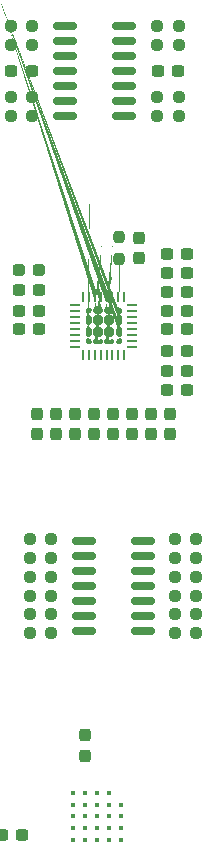
<source format=gbr>
%TF.GenerationSoftware,KiCad,Pcbnew,7.0.7*%
%TF.CreationDate,2023-08-23T14:17:52+01:00*%
%TF.ProjectId,AK4619_DevBoard,414b3436-3139-45f4-9465-76426f617264,rev?*%
%TF.SameCoordinates,Original*%
%TF.FileFunction,Paste,Top*%
%TF.FilePolarity,Positive*%
%FSLAX46Y46*%
G04 Gerber Fmt 4.6, Leading zero omitted, Abs format (unit mm)*
G04 Created by KiCad (PCBNEW 7.0.7) date 2023-08-23 14:17:52*
%MOMM*%
%LPD*%
G01*
G04 APERTURE LIST*
G04 Aperture macros list*
%AMRoundRect*
0 Rectangle with rounded corners*
0 $1 Rounding radius*
0 $2 $3 $4 $5 $6 $7 $8 $9 X,Y pos of 4 corners*
0 Add a 4 corners polygon primitive as box body*
4,1,4,$2,$3,$4,$5,$6,$7,$8,$9,$2,$3,0*
0 Add four circle primitives for the rounded corners*
1,1,$1+$1,$2,$3*
1,1,$1+$1,$4,$5*
1,1,$1+$1,$6,$7*
1,1,$1+$1,$8,$9*
0 Add four rect primitives between the rounded corners*
20,1,$1+$1,$2,$3,$4,$5,0*
20,1,$1+$1,$4,$5,$6,$7,0*
20,1,$1+$1,$6,$7,$8,$9,0*
20,1,$1+$1,$8,$9,$2,$3,0*%
%AMFreePoly0*
4,1,48,0.127555,0.216286,0.145112,0.216286,0.159316,0.205966,0.176016,0.200540,0.186335,0.186335,0.200540,0.176016,0.205966,0.159316,0.216286,0.145112,0.216286,0.127555,0.221712,0.110856,0.221712,0.000473,0.218947,-0.008034,0.220347,-0.016868,0.208562,-0.039997,0.200540,-0.064687,0.193303,-0.069944,0.189243,-0.077914,0.077914,-0.189243,0.069944,-0.193303,0.064687,-0.200540,
0.039997,-0.208562,0.016868,-0.220347,0.008034,-0.218947,-0.000473,-0.221712,-0.110856,-0.221712,-0.127555,-0.216286,-0.145112,-0.216286,-0.159316,-0.205966,-0.176016,-0.200540,-0.186335,-0.186335,-0.200540,-0.176016,-0.205966,-0.159316,-0.216286,-0.145112,-0.216286,-0.127555,-0.221712,-0.110856,-0.221712,0.110856,-0.216286,0.127555,-0.216286,0.145112,-0.205966,0.159316,-0.200540,0.176016,
-0.186335,0.186335,-0.176016,0.200540,-0.159316,0.205966,-0.145112,0.216286,-0.127555,0.216286,-0.110856,0.221712,0.110856,0.221712,0.127555,0.216286,0.127555,0.216286,$1*%
%AMFreePoly1*
4,1,51,0.057385,0.400773,0.064862,0.401958,0.084435,0.391985,0.105327,0.385197,0.109775,0.379073,0.116521,0.375637,0.194236,0.297921,0.197672,0.291177,0.203796,0.286728,0.210584,0.265835,0.220557,0.246263,0.219372,0.238786,0.221712,0.231588,0.221712,-0.231588,0.219372,-0.238786,0.220557,-0.246263,0.210584,-0.265835,0.203796,-0.286728,0.197672,-0.291177,0.194236,-0.297921,
0.116521,-0.375637,0.109775,-0.379073,0.105327,-0.385197,0.084435,-0.391985,0.064862,-0.401958,0.057385,-0.400773,0.050187,-0.403113,-0.127902,-0.403113,-0.142032,-0.398522,-0.156891,-0.398522,-0.168912,-0.389788,-0.183042,-0.385197,-0.191775,-0.373176,-0.203796,-0.364443,-0.208387,-0.350313,-0.217121,-0.338292,-0.217121,-0.323432,-0.221712,-0.309303,-0.221712,0.309303,-0.217121,0.323432,
-0.217121,0.338292,-0.208387,0.350313,-0.203796,0.364443,-0.191775,0.373176,-0.183042,0.385197,-0.168912,0.389788,-0.156891,0.398522,-0.142032,0.398522,-0.127902,0.403113,0.050187,0.403113,0.057385,0.400773,0.057385,0.400773,$1*%
%AMFreePoly2*
4,1,48,0.008034,0.218947,0.016868,0.220347,0.039997,0.208562,0.064687,0.200540,0.069944,0.193303,0.077914,0.189243,0.189243,0.077914,0.193303,0.069944,0.200540,0.064687,0.208562,0.039997,0.220347,0.016868,0.218947,0.008034,0.221712,-0.000473,0.221712,-0.110856,0.216286,-0.127555,0.216286,-0.145112,0.205966,-0.159316,0.200540,-0.176016,0.186335,-0.186335,0.176016,-0.200540,
0.159316,-0.205966,0.145112,-0.216286,0.127555,-0.216286,0.110856,-0.221712,-0.110856,-0.221712,-0.127555,-0.216286,-0.145112,-0.216286,-0.159316,-0.205966,-0.176016,-0.200540,-0.186335,-0.186335,-0.200540,-0.176016,-0.205966,-0.159316,-0.216286,-0.145112,-0.216286,-0.127555,-0.221712,-0.110856,-0.221712,0.110856,-0.216286,0.127555,-0.216286,0.145112,-0.205966,0.159316,-0.200540,0.176016,
-0.186335,0.186335,-0.176016,0.200540,-0.159316,0.205966,-0.145112,0.216286,-0.127555,0.216286,-0.110856,0.221712,-0.000473,0.221712,0.008034,0.218947,0.008034,0.218947,$1*%
%AMFreePoly3*
4,1,51,0.323433,0.217121,0.338292,0.217121,0.350313,0.208387,0.364443,0.203796,0.373176,0.191775,0.385197,0.183042,0.389788,0.168912,0.398522,0.156891,0.398522,0.142031,0.403113,0.127902,0.403113,-0.050187,0.400773,-0.057385,0.401958,-0.064862,0.391985,-0.084434,0.385197,-0.105327,0.379073,-0.109776,0.375637,-0.116520,0.297922,-0.194236,0.291176,-0.197672,0.286728,-0.203796,
0.265836,-0.210584,0.246263,-0.220557,0.238786,-0.219372,0.231588,-0.221712,-0.231588,-0.221712,-0.238786,-0.219372,-0.246263,-0.220557,-0.265835,-0.210584,-0.286728,-0.203796,-0.291177,-0.197672,-0.297921,-0.194236,-0.375637,-0.116521,-0.379073,-0.109775,-0.385197,-0.105327,-0.391985,-0.084435,-0.401958,-0.064862,-0.400773,-0.057385,-0.403113,-0.050187,-0.403113,0.127902,-0.398522,0.142031,
-0.398522,0.156891,-0.389788,0.168912,-0.385197,0.183042,-0.373176,0.191775,-0.364443,0.203796,-0.350313,0.208387,-0.338292,0.217121,-0.323433,0.217121,-0.309303,0.221712,0.309303,0.221712,0.323433,0.217121,0.323433,0.217121,$1*%
%AMFreePoly4*
4,1,51,0.238786,0.219372,0.246263,0.220557,0.265836,0.210584,0.286728,0.203796,0.291176,0.197672,0.297922,0.194236,0.375637,0.116520,0.379073,0.109776,0.385197,0.105327,0.391985,0.084434,0.401958,0.064862,0.400773,0.057385,0.403113,0.050187,0.403113,-0.127902,0.398522,-0.142031,0.398522,-0.156891,0.389788,-0.168912,0.385197,-0.183042,0.373176,-0.191775,0.364443,-0.203796,
0.350313,-0.208387,0.338292,-0.217121,0.323433,-0.217121,0.309303,-0.221712,-0.309303,-0.221712,-0.323433,-0.217121,-0.338292,-0.217121,-0.350313,-0.208387,-0.364443,-0.203796,-0.373176,-0.191775,-0.385197,-0.183042,-0.389788,-0.168912,-0.398522,-0.156891,-0.398522,-0.142031,-0.403113,-0.127902,-0.403113,0.050187,-0.400773,0.057385,-0.401958,0.064862,-0.391985,0.084435,-0.385197,0.105327,
-0.379073,0.109775,-0.375637,0.116521,-0.297921,0.194236,-0.291177,0.197672,-0.286728,0.203796,-0.265835,0.210584,-0.246263,0.220557,-0.238786,0.219372,-0.231588,0.221712,0.231588,0.221712,0.238786,0.219372,0.238786,0.219372,$1*%
%AMFreePoly5*
4,1,48,0.127555,0.216286,0.145112,0.216286,0.159316,0.205966,0.176016,0.200540,0.186335,0.186335,0.200540,0.176016,0.205966,0.159316,0.216286,0.145112,0.216286,0.127555,0.221712,0.110856,0.221712,-0.110856,0.216286,-0.127555,0.216286,-0.145112,0.205966,-0.159316,0.200540,-0.176016,0.186335,-0.186335,0.176016,-0.200540,0.159316,-0.205966,0.145112,-0.216286,0.127555,-0.216286,
0.110856,-0.221712,0.000473,-0.221712,-0.008034,-0.218947,-0.016868,-0.220347,-0.039997,-0.208562,-0.064687,-0.200540,-0.069944,-0.193303,-0.077914,-0.189243,-0.189243,-0.077914,-0.193303,-0.069944,-0.200540,-0.064687,-0.208562,-0.039997,-0.220347,-0.016868,-0.218947,-0.008034,-0.221712,0.000473,-0.221712,0.110856,-0.216286,0.127555,-0.216286,0.145112,-0.205966,0.159316,-0.200540,0.176016,
-0.186335,0.186335,-0.176016,0.200540,-0.159316,0.205966,-0.145112,0.216286,-0.127555,0.216286,-0.110856,0.221712,0.110856,0.221712,0.127555,0.216286,0.127555,0.216286,$1*%
%AMFreePoly6*
4,1,51,0.142032,0.398522,0.156891,0.398522,0.168912,0.389788,0.183042,0.385197,0.191775,0.373176,0.203796,0.364443,0.208387,0.350313,0.217121,0.338292,0.217121,0.323432,0.221712,0.309303,0.221712,-0.309303,0.217121,-0.323432,0.217121,-0.338292,0.208387,-0.350313,0.203796,-0.364443,0.191775,-0.373176,0.183042,-0.385197,0.168912,-0.389788,0.156891,-0.398522,0.142032,-0.398522,
0.127902,-0.403113,-0.050187,-0.403113,-0.057385,-0.400773,-0.064862,-0.401958,-0.084434,-0.391985,-0.105327,-0.385197,-0.109776,-0.379073,-0.116520,-0.375637,-0.194236,-0.297922,-0.197672,-0.291176,-0.203796,-0.286728,-0.210584,-0.265836,-0.220557,-0.246263,-0.219372,-0.238786,-0.221712,-0.231588,-0.221712,0.231588,-0.219372,0.238786,-0.220557,0.246263,-0.210584,0.265836,-0.203796,0.286728,
-0.197672,0.291176,-0.194236,0.297922,-0.116520,0.375637,-0.109776,0.379073,-0.105327,0.385197,-0.084434,0.391985,-0.064862,0.401958,-0.057385,0.400773,-0.050187,0.403113,0.127902,0.403113,0.142032,0.398522,0.142032,0.398522,$1*%
%AMFreePoly7*
4,1,48,0.127555,0.216286,0.145112,0.216286,0.159316,0.205966,0.176016,0.200540,0.186335,0.186335,0.200540,0.176016,0.205966,0.159316,0.216286,0.145112,0.216286,0.127555,0.221712,0.110856,0.221712,-0.110856,0.216286,-0.127555,0.216286,-0.145112,0.205966,-0.159316,0.200540,-0.176016,0.186335,-0.186335,0.176016,-0.200540,0.159316,-0.205966,0.145112,-0.216286,0.127555,-0.216286,
0.110856,-0.221712,-0.110856,-0.221712,-0.127555,-0.216286,-0.145112,-0.216286,-0.159316,-0.205966,-0.176016,-0.200540,-0.186335,-0.186335,-0.200540,-0.176016,-0.205966,-0.159316,-0.216286,-0.145112,-0.216286,-0.127555,-0.221712,-0.110856,-0.221712,-0.000473,-0.218947,0.008034,-0.220347,0.016868,-0.208562,0.039997,-0.200540,0.064687,-0.193303,0.069944,-0.189243,0.077914,-0.077914,0.189243,
-0.069944,0.193303,-0.064687,0.200540,-0.039997,0.208562,-0.016868,0.220347,-0.008034,0.218947,0.000473,0.221712,0.110856,0.221712,0.127555,0.216286,0.127555,0.216286,$1*%
G04 Aperture macros list end*
%ADD10RoundRect,0.237500X0.250000X0.237500X-0.250000X0.237500X-0.250000X-0.237500X0.250000X-0.237500X0*%
%ADD11RoundRect,0.237500X0.300000X0.237500X-0.300000X0.237500X-0.300000X-0.237500X0.300000X-0.237500X0*%
%ADD12RoundRect,0.150000X0.825000X0.150000X-0.825000X0.150000X-0.825000X-0.150000X0.825000X-0.150000X0*%
%ADD13RoundRect,0.237500X-0.300000X-0.237500X0.300000X-0.237500X0.300000X0.237500X-0.300000X0.237500X0*%
%ADD14RoundRect,0.237500X0.237500X-0.250000X0.237500X0.250000X-0.237500X0.250000X-0.237500X-0.250000X0*%
%ADD15RoundRect,0.237500X-0.250000X-0.237500X0.250000X-0.237500X0.250000X0.237500X-0.250000X0.237500X0*%
%ADD16RoundRect,0.237500X-0.237500X0.300000X-0.237500X-0.300000X0.237500X-0.300000X0.237500X0.300000X0*%
%ADD17RoundRect,0.237500X0.237500X-0.300000X0.237500X0.300000X-0.237500X0.300000X-0.237500X-0.300000X0*%
%ADD18FreePoly0,0.000000*%
%ADD19FreePoly1,0.000000*%
%ADD20FreePoly2,0.000000*%
%ADD21FreePoly3,0.000000*%
%ADD22RoundRect,0.201557X-0.201556X-0.201556X0.201556X-0.201556X0.201556X0.201556X-0.201556X0.201556X0*%
%ADD23FreePoly4,0.000000*%
%ADD24FreePoly5,0.000000*%
%ADD25FreePoly6,0.000000*%
%ADD26FreePoly7,0.000000*%
%ADD27RoundRect,0.062500X-0.375000X-0.062500X0.375000X-0.062500X0.375000X0.062500X-0.375000X0.062500X0*%
%ADD28RoundRect,0.062500X-0.062500X-0.375000X0.062500X-0.375000X0.062500X0.375000X-0.062500X0.375000X0*%
%ADD29C,0.400000*%
%ADD30RoundRect,0.237500X0.287500X0.237500X-0.287500X0.237500X-0.287500X-0.237500X0.287500X-0.237500X0*%
G04 APERTURE END LIST*
D10*
%TO.C,R8*%
X160612500Y-97300000D03*
X158787500Y-97300000D03*
%TD*%
D11*
%TO.C,C20*%
X172112500Y-71562500D03*
X170387500Y-71562500D03*
%TD*%
D12*
%TO.C,U1*%
X166775000Y-56710000D03*
X166775000Y-55440000D03*
X166775000Y-54170000D03*
X166775000Y-52900000D03*
X166775000Y-51630000D03*
X166775000Y-50360000D03*
X166775000Y-49090000D03*
X161825000Y-49090000D03*
X161825000Y-50360000D03*
X161825000Y-51630000D03*
X161825000Y-52900000D03*
X161825000Y-54170000D03*
X161825000Y-55440000D03*
X161825000Y-56710000D03*
%TD*%
D13*
%TO.C,C2*%
X157237500Y-52900000D03*
X158962500Y-52900000D03*
%TD*%
D11*
%TO.C,C19*%
X172112500Y-78262500D03*
X170387500Y-78262500D03*
%TD*%
D14*
%TO.C,R1*%
X166350000Y-68775000D03*
X166350000Y-66950000D03*
%TD*%
D10*
%TO.C,R15*%
X159012500Y-55100000D03*
X157187500Y-55100000D03*
%TD*%
D11*
%TO.C,C4*%
X172112500Y-74762500D03*
X170387500Y-74762500D03*
%TD*%
D15*
%TO.C,R10*%
X171087500Y-98900000D03*
X172912500Y-98900000D03*
%TD*%
D13*
%TO.C,C17*%
X157887500Y-73162500D03*
X159612500Y-73162500D03*
%TD*%
D16*
%TO.C,C11*%
X164250000Y-81900000D03*
X164250000Y-83625000D03*
%TD*%
D15*
%TO.C,R11*%
X171087500Y-94100000D03*
X172912500Y-94100000D03*
%TD*%
D17*
%TO.C,C16*%
X165600000Y-123162500D03*
X165600000Y-121437500D03*
%TD*%
D13*
%TO.C,C13*%
X156437500Y-117600000D03*
X158162500Y-117600000D03*
%TD*%
D10*
%TO.C,R12*%
X160612500Y-94100000D03*
X158787500Y-94100000D03*
%TD*%
%TO.C,R19*%
X159012500Y-56700000D03*
X157187500Y-56700000D03*
%TD*%
%TO.C,R9*%
X160612500Y-100500000D03*
X158787500Y-100500000D03*
%TD*%
D11*
%TO.C,C3*%
X172112500Y-73162500D03*
X170387500Y-73162500D03*
%TD*%
D16*
%TO.C,C12*%
X161050000Y-81900000D03*
X161050000Y-83625000D03*
%TD*%
D11*
%TO.C,C22*%
X172112500Y-68362500D03*
X170387500Y-68362500D03*
%TD*%
D10*
%TO.C,R6*%
X160612500Y-95700000D03*
X158787500Y-95700000D03*
%TD*%
D11*
%TO.C,C1*%
X171362500Y-52900000D03*
X169637500Y-52900000D03*
%TD*%
%TO.C,C21*%
X172112500Y-69962500D03*
X170387500Y-69962500D03*
%TD*%
D16*
%TO.C,C7*%
X162650000Y-81900000D03*
X162650000Y-83625000D03*
%TD*%
%TO.C,C5*%
X169050000Y-81900000D03*
X169050000Y-83625000D03*
%TD*%
D15*
%TO.C,R21*%
X169587500Y-49100000D03*
X171412500Y-49100000D03*
%TD*%
D10*
%TO.C,R13*%
X160612500Y-98900000D03*
X158787500Y-98900000D03*
%TD*%
D18*
%TO.C,U4*%
X163775000Y-73187500D03*
D19*
X163775000Y-73962500D03*
X163775000Y-74962500D03*
D20*
X163775000Y-75737500D03*
D21*
X164550000Y-73187500D03*
D22*
X164550000Y-73962500D03*
X164550000Y-74962500D03*
D23*
X164550000Y-75737500D03*
D21*
X165550000Y-73187500D03*
D22*
X165550000Y-73962500D03*
X165550000Y-74962500D03*
D23*
X165550000Y-75737500D03*
D24*
X166325000Y-73187500D03*
D25*
X166325000Y-73962500D03*
X166325000Y-74962500D03*
D26*
X166325000Y-75737500D03*
D27*
X162612500Y-72712500D03*
X162612500Y-73212500D03*
X162612500Y-73712500D03*
X162612500Y-74212500D03*
X162612500Y-74712500D03*
X162612500Y-75212500D03*
X162612500Y-75712500D03*
X162612500Y-76212500D03*
D28*
X163300000Y-76900000D03*
X163800000Y-76900000D03*
X164300000Y-76900000D03*
X164800000Y-76900000D03*
X165300000Y-76900000D03*
X165800000Y-76900000D03*
X166300000Y-76900000D03*
X166800000Y-76900000D03*
D27*
X167487500Y-76212500D03*
X167487500Y-75712500D03*
X167487500Y-75212500D03*
X167487500Y-74712500D03*
X167487500Y-74212500D03*
X167487500Y-73712500D03*
X167487500Y-73212500D03*
X167487500Y-72712500D03*
D28*
X166800000Y-72025000D03*
X166300000Y-72025000D03*
X165800000Y-72025000D03*
X165300000Y-72025000D03*
X164800000Y-72025000D03*
X164300000Y-72025000D03*
X163800000Y-72025000D03*
X163300000Y-72025000D03*
%TD*%
D16*
%TO.C,C6*%
X165850000Y-81900000D03*
X165850000Y-83625000D03*
%TD*%
D29*
%TO.C,U3*%
X166500000Y-115000000D03*
X166500000Y-116000000D03*
X166500000Y-117000000D03*
X166500000Y-118000000D03*
X165500000Y-114000000D03*
X165500000Y-115000000D03*
X165500000Y-116000000D03*
X165500000Y-117000000D03*
X165500000Y-118000000D03*
X164500000Y-114000000D03*
X164500000Y-115000000D03*
X164500000Y-116000000D03*
X164500000Y-117000000D03*
X164500000Y-118000000D03*
X163500000Y-114000000D03*
X163500000Y-115000000D03*
X163500000Y-116000000D03*
X163500000Y-117000000D03*
X163500000Y-118000000D03*
X162500000Y-114000000D03*
X162500000Y-115000000D03*
X162500000Y-116000000D03*
X162500000Y-117000000D03*
X162500000Y-118000000D03*
%TD*%
D10*
%TO.C,R14*%
X159012500Y-50700000D03*
X157187500Y-50700000D03*
%TD*%
D30*
%TO.C,L1*%
X159625000Y-69762500D03*
X157875000Y-69762500D03*
%TD*%
D15*
%TO.C,R16*%
X169587500Y-55100000D03*
X171412500Y-55100000D03*
%TD*%
D16*
%TO.C,C8*%
X159450000Y-81900000D03*
X159450000Y-83625000D03*
%TD*%
D15*
%TO.C,R20*%
X169587500Y-56700000D03*
X171412500Y-56700000D03*
%TD*%
%TO.C,R17*%
X169587500Y-50700000D03*
X171412500Y-50700000D03*
%TD*%
%TO.C,R5*%
X171087500Y-92500000D03*
X172912500Y-92500000D03*
%TD*%
D12*
%TO.C,U2*%
X168375000Y-100310000D03*
X168375000Y-99040000D03*
X168375000Y-97770000D03*
X168375000Y-96500000D03*
X168375000Y-95230000D03*
X168375000Y-93960000D03*
X168375000Y-92690000D03*
X163425000Y-92690000D03*
X163425000Y-93960000D03*
X163425000Y-95230000D03*
X163425000Y-96500000D03*
X163425000Y-97770000D03*
X163425000Y-99040000D03*
X163425000Y-100310000D03*
%TD*%
D15*
%TO.C,R3*%
X171087500Y-100500000D03*
X172912500Y-100500000D03*
%TD*%
D16*
%TO.C,C23*%
X168050000Y-67000000D03*
X168050000Y-68725000D03*
%TD*%
D10*
%TO.C,R18*%
X159012500Y-49100000D03*
X157187500Y-49100000D03*
%TD*%
D15*
%TO.C,R4*%
X171087500Y-95700000D03*
X172912500Y-95700000D03*
%TD*%
D10*
%TO.C,R7*%
X160612500Y-92500000D03*
X158787500Y-92500000D03*
%TD*%
D13*
%TO.C,C15*%
X157887500Y-71462500D03*
X159612500Y-71462500D03*
%TD*%
D15*
%TO.C,R2*%
X171087500Y-97300000D03*
X172912500Y-97300000D03*
%TD*%
D16*
%TO.C,C14*%
X163500000Y-109137500D03*
X163500000Y-110862500D03*
%TD*%
D11*
%TO.C,C24*%
X159612500Y-74762500D03*
X157887500Y-74762500D03*
%TD*%
%TO.C,C18*%
X172112500Y-76562500D03*
X170387500Y-76562500D03*
%TD*%
D16*
%TO.C,C10*%
X167450000Y-81900000D03*
X167450000Y-83625000D03*
%TD*%
D13*
%TO.C,C25*%
X170387500Y-79862500D03*
X172112500Y-79862500D03*
%TD*%
D16*
%TO.C,C9*%
X170650000Y-81900000D03*
X170650000Y-83625000D03*
%TD*%
M02*

</source>
